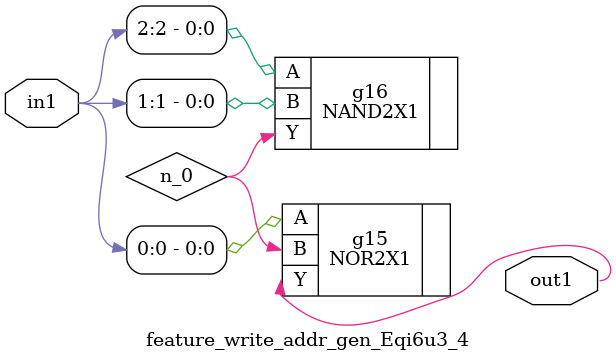
<source format=v>
`timescale 1ps / 1ps


module feature_write_addr_gen_Eqi6u3_4(in1, out1);
  input [2:0] in1;
  output out1;
  wire [2:0] in1;
  wire out1;
  wire n_0;
  NOR2X1 g15(.A (in1[0]), .B (n_0), .Y (out1));
  NAND2X1 g16(.A (in1[2]), .B (in1[1]), .Y (n_0));
endmodule



</source>
